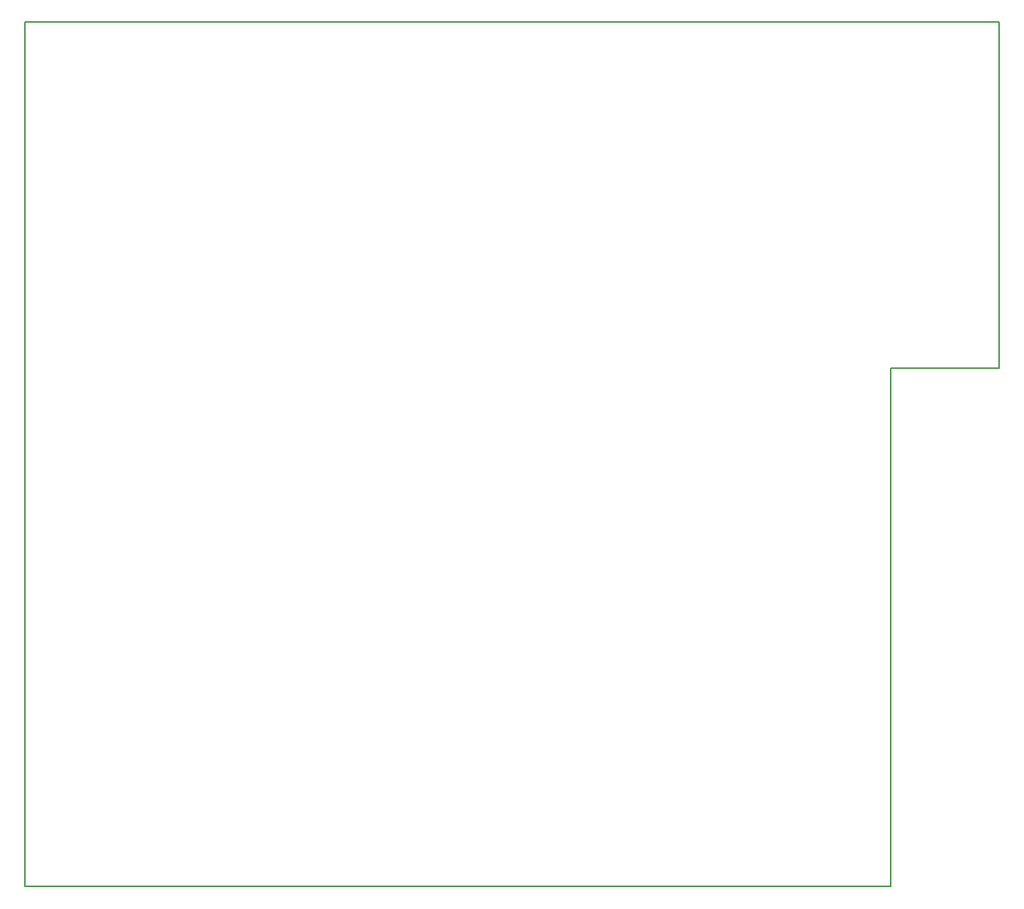
<source format=gko>
G04 Layer_Color=16711935*
%FSLAX25Y25*%
%MOIN*%
G70*
G01*
G75*
%ADD31C,0.00787*%
D31*
X492126Y492126D02*
X541535D01*
X98425Y98425D02*
Y492126D01*
X492126D01*
X98425Y98425D02*
X492126D01*
X541535Y334646D02*
Y492126D01*
X492126Y334646D02*
X541535D01*
X492126Y98425D02*
Y334646D01*
M02*

</source>
